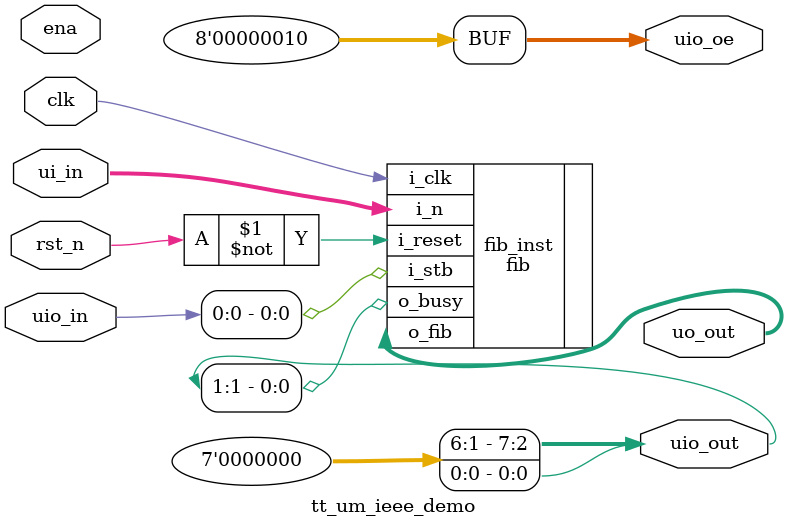
<source format=v>
/*
 * Copyright (c) 2024 Sam Ellicott
 * SPDX-License-Identifier: Apache-2.0
 */

`default_nettype none

module tt_um_ieee_demo (
    input  wire [7:0] ui_in,    // Dedicated inputs
    output wire [7:0] uo_out,   // Dedicated outputs
    input  wire [7:0] uio_in,   // IOs: Input path
    output wire [7:0] uio_out,  // IOs: Output path
    output wire [7:0] uio_oe,   // IOs: Enable path (active high: 0=input, 1=output)
    input  wire       ena,      // always 1 when the design is powered, so you can ignore it
    input  wire       clk,      // clock
    input  wire       rst_n     // reset_n - low to reset
);

    fib #(
        .WIDTH(8)
    ) fib_inst (
        // global control signals
        .i_reset (~rst_n),
        .i_clk   (clk),

        // control signals
        .i_stb  (uio_in [0]),
        .o_busy (uio_out[1]),

        // module inputs/outputs
        .i_n   (ui_in [7:0]),
        .o_fib (uo_out[7:0])
    );

    // All output pins must be assigned. If not used, assign to 0.
    assign uio_oe [7:0] = 8'h2;
    assign uio_out[7:2] = 6'h0;
    assign uio_out[0]   = 1'h0;

endmodule

</source>
